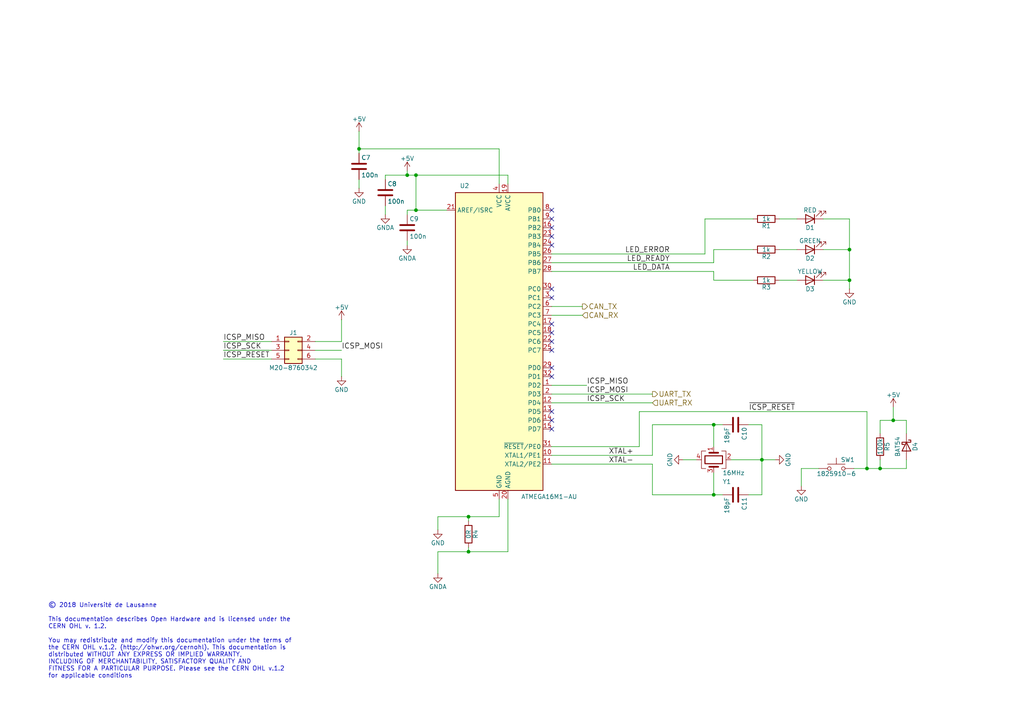
<source format=kicad_sch>
(kicad_sch (version 20231120) (generator "eeschema") (generator_version "8.0")
  (paper "A4")
  (title_block (title "ATMega16M1 SLCAN Transceiver") (date "06/11/2018") (rev "A") (company "Université de Lausanne") (comment 1 "Author: Alexandre Tuleu") (comment 2 "Licensed under the CERN OHL v1.2"))
  (lib_symbols
    (symbol "Connector_Generic:Conn_02x03_Odd_Even" (pin_names (offset 1.016) hide)
      (property "Reference" "J" (at 1.27 5.08 0))
      (property "Value" "Conn_02x03_Odd_Even" (at 1.27 -5.08 0))
      (symbol "Conn_02x03_Odd_Even_1_1"
        (rectangle (start -1.27 -2.413) (end 0 -2.667) (stroke (width 0.1524)))
        (rectangle (start -1.27 0.127) (end 0 -0.127) (stroke (width 0.1524)))
        (rectangle (start -1.27 2.667) (end 0 2.413) (stroke (width 0.1524)))
        (rectangle (start -1.27 3.81) (end 3.81 -3.81) (stroke (width 0.254)) (fill (type background)))
        (rectangle (start 3.81 -2.413) (end 2.54 -2.667) (stroke (width 0.1524)))
        (rectangle (start 3.81 0.127) (end 2.54 -0.127) (stroke (width 0.1524)))
        (rectangle (start 3.81 2.667) (end 2.54 2.413) (stroke (width 0.1524)))
        (pin passive line (at -5.08 2.54 0) (length 3.81) (name "Pin_1") (number "1"))
        (pin passive line (at 7.62 2.54 180) (length 3.81) (name "Pin_2") (number "2"))
        (pin passive line (at -5.08 0 0) (length 3.81) (name "Pin_3") (number "3"))
        (pin passive line (at 7.62 0 180) (length 3.81) (name "Pin_4") (number "4"))
        (pin passive line (at -5.08 -2.54 0) (length 3.81) (name "Pin_5") (number "5"))
        (pin passive line (at 7.62 -2.54 180) (length 3.81) (name "Pin_6") (number "6"))
      )
    )
    (symbol "Device:C" (pin_numbers hide) (pin_names (offset 0.254))
      (property "Reference" "C" (at 0.635 2.54 0))
      (property "Value" "C" (at 0.635 -2.54 0))
      (symbol "C_0_1"
        (polyline (pts (xy -2.032 -0.762) (xy 2.032 -0.762)) (stroke (width 0.508)))
        (polyline (pts (xy -2.032 0.762) (xy 2.032 0.762)) (stroke (width 0.508)))
      )
      (symbol "C_1_1"
        (pin passive line (at 0 3.81 270) (length 2.794) (name "~") (number "1"))
        (pin passive line (at 0 -3.81 90) (length 2.794) (name "~") (number "2"))
      )
    )
    (symbol "Device:Crystal_GND24" (pin_names (offset 1.016) hide)
      (property "Reference" "Y" (at 3.175 5.08 0))
      (property "Value" "Crystal_GND24" (at 3.175 3.175 0))
      (symbol "Crystal_GND24_0_1"
        (rectangle (start -1.143 2.54) (end 1.143 -2.54) (stroke (width 0.3048)))
        (polyline (pts (xy -2.54 0) (xy -2.032 0)))
        (polyline (pts (xy -2.032 -1.27) (xy -2.032 1.27)) (stroke (width 0.508)))
        (polyline (pts (xy 0 -3.81) (xy 0 -3.556)))
        (polyline (pts (xy 0 3.556) (xy 0 3.81)))
        (polyline (pts (xy 2.032 -1.27) (xy 2.032 1.27)) (stroke (width 0.508)))
        (polyline (pts (xy 2.032 0) (xy 2.54 0)))
        (polyline (pts (xy -2.54 -2.286) (xy -2.54 -3.556) (xy 2.54 -3.556) (xy 2.54 -2.286)))
        (polyline (pts (xy -2.54 2.286) (xy -2.54 3.556) (xy 2.54 3.556) (xy 2.54 2.286)))
      )
      (symbol "Crystal_GND24_1_1"
        (pin passive line (at -3.81 0 0) (length 1.27) (name "1") (number "1"))
        (pin passive line (at 0 5.08 270) (length 1.27) (name "2") (number "2"))
        (pin passive line (at 3.81 0 180) (length 1.27) (name "3") (number "3"))
        (pin passive line (at 0 -5.08 90) (length 1.27) (name "4") (number "4"))
      )
    )
    (symbol "Device:D_Schottky" (pin_numbers hide) (pin_names (offset 1.016) hide)
      (property "Reference" "D" (at 0 2.54 0))
      (property "Value" "D_Schottky" (at 0 -2.54 0))
      (symbol "D_Schottky_0_1"
        (polyline (pts (xy 1.27 0) (xy -1.27 0)))
        (polyline (pts (xy 1.27 1.27) (xy 1.27 -1.27) (xy -1.27 0) (xy 1.27 1.27)) (stroke (width 0.254)))
        (polyline (pts (xy -1.905 0.635) (xy -1.905 1.27) (xy -1.27 1.27) (xy -1.27 -1.27) (xy -0.635 -1.27) (xy -0.635 -0.635)) (stroke (width 0.254)))
      )
      (symbol "D_Schottky_1_1"
        (pin passive line (at -3.81 0 0) (length 2.54) (name "K") (number "1"))
        (pin passive line (at 3.81 0 180) (length 2.54) (name "A") (number "2"))
      )
    )
    (symbol "Device:LED" (pin_numbers hide) (pin_names (offset 1.016) hide)
      (property "Reference" "D" (at 0 2.54 0))
      (property "Value" "LED" (at 0 -2.54 0))
      (symbol "LED_0_1"
        (polyline (pts (xy -1.27 -1.27) (xy -1.27 1.27)) (stroke (width 0.254)))
        (polyline (pts (xy -1.27 0) (xy 1.27 0)))
        (polyline (pts (xy 1.27 -1.27) (xy 1.27 1.27) (xy -1.27 0) (xy 1.27 -1.27)) (stroke (width 0.254)))
        (polyline (pts (xy -3.048 -0.762) (xy -4.572 -2.286) (xy -3.81 -2.286) (xy -4.572 -2.286) (xy -4.572 -1.524)))
        (polyline (pts (xy -1.778 -0.762) (xy -3.302 -2.286) (xy -2.54 -2.286) (xy -3.302 -2.286) (xy -3.302 -1.524)))
      )
      (symbol "LED_1_1"
        (pin passive line (at -3.81 0 0) (length 2.54) (name "K") (number "1"))
        (pin passive line (at 3.81 0 180) (length 2.54) (name "A") (number "2"))
      )
    )
    (symbol "Device:R" (pin_numbers hide) (pin_names (offset 0))
      (property "Reference" "R" (at 2.032 0 90))
      (property "Value" "R" (at 0 0 90))
      (symbol "R_0_1"
        (rectangle (start -1.016 -2.54) (end 1.016 2.54) (stroke (width 0.254)))
      )
      (symbol "R_1_1"
        (pin passive line (at 0 3.81 270) (length 1.27) (name "~") (number "1"))
        (pin passive line (at 0 -3.81 90) (length 1.27) (name "~") (number "2"))
      )
    )
    (symbol "MCU_Microchip_ATmega:ATmega16M1-A"
      (property "Reference" "U" (at -12.7 44.45 0))
      (property "Value" "ATmega16M1-A" (at 5.08 -44.45 0))
      (symbol "ATmega16M1-A_0_1"
        (rectangle (start -12.7 -43.18) (end 12.7 43.18) (stroke (width 0.254)) (fill (type background)))
      )
      (symbol "ATmega16M1-A_1_1"
        (pin bidirectional line (at 15.24 -12.7 180) (length 2.54) (name "PD2") (number "1"))
        (pin bidirectional line (at 15.24 -33.02 180) (length 2.54) (name "XTAL1/PE1") (number "10"))
        (pin bidirectional line (at 15.24 -35.56 180) (length 2.54) (name "XTAL2/PE2") (number "11"))
        (pin bidirectional line (at 15.24 -17.78 180) (length 2.54) (name "PD4") (number "12"))
        (pin bidirectional line (at 15.24 -20.32 180) (length 2.54) (name "PD5") (number "13"))
        (pin bidirectional line (at 15.24 -22.86 180) (length 2.54) (name "PD6") (number "14"))
        (pin bidirectional line (at 15.24 -25.4 180) (length 2.54) (name "PD7") (number "15"))
        (pin bidirectional line (at 15.24 33.02 180) (length 2.54) (name "PB2") (number "16"))
        (pin bidirectional line (at 15.24 5.08 180) (length 2.54) (name "PC4") (number "17"))
        (pin bidirectional line (at 15.24 2.54 180) (length 2.54) (name "PC5") (number "18"))
        (pin power_in line (at 2.54 45.72 270) (length 2.54) (name "AVCC") (number "19"))
        (pin bidirectional line (at 15.24 -15.24 180) (length 2.54) (name "PD3") (number "2"))
        (pin power_in line (at 2.54 -45.72 90) (length 2.54) (name "AGND") (number "20"))
        (pin passive line (at -15.24 38.1 0) (length 2.54) (name "AREF/ISRC") (number "21"))
        (pin bidirectional line (at 15.24 0 180) (length 2.54) (name "PC6") (number "22"))
        (pin bidirectional line (at 15.24 30.48 180) (length 2.54) (name "PB3") (number "23"))
        (pin bidirectional line (at 15.24 27.94 180) (length 2.54) (name "PB4") (number "24"))
        (pin bidirectional line (at 15.24 -2.54 180) (length 2.54) (name "PC7") (number "25"))
        (pin bidirectional line (at 15.24 25.4 180) (length 2.54) (name "PB5") (number "26"))
        (pin bidirectional line (at 15.24 22.86 180) (length 2.54) (name "PB6") (number "27"))
        (pin bidirectional line (at 15.24 20.32 180) (length 2.54) (name "PB7") (number "28"))
        (pin bidirectional line (at 15.24 -7.62 180) (length 2.54) (name "PD0") (number "29"))
        (pin bidirectional line (at 15.24 12.7 180) (length 2.54) (name "PC1") (number "3"))
        (pin bidirectional line (at 15.24 15.24 180) (length 2.54) (name "PC0") (number "30"))
        (pin bidirectional line (at 15.24 -30.48 180) (length 2.54) (name "~{RESET}/PE0") (number "31"))
        (pin bidirectional line (at 15.24 -10.16 180) (length 2.54) (name "PD1") (number "32"))
        (pin power_in line (at 0 45.72 270) (length 2.54) (name "VCC") (number "4"))
        (pin power_in line (at 0 -45.72 90) (length 2.54) (name "GND") (number "5"))
        (pin bidirectional line (at 15.24 10.16 180) (length 2.54) (name "PC2") (number "6"))
        (pin bidirectional line (at 15.24 7.62 180) (length 2.54) (name "PC3") (number "7"))
        (pin bidirectional line (at 15.24 38.1 180) (length 2.54) (name "PB0") (number "8"))
        (pin bidirectional line (at 15.24 35.56 180) (length 2.54) (name "PB1") (number "9"))
      )
    )
    (symbol "Switch:SW_Push" (pin_numbers hide) (pin_names (offset 1.016) hide)
      (property "Reference" "SW" (at 1.27 2.54 0))
      (property "Value" "SW_Push" (at 0 -1.524 0))
      (symbol "SW_Push_0_1"
        (circle (center -2.032 0) (radius 0.508))
        (polyline (pts (xy 0 1.27) (xy 0 3.048)))
        (polyline (pts (xy 2.54 1.27) (xy -2.54 1.27)))
        (circle (center 2.032 0) (radius 0.508))
        (pin passive line (at -5.08 0 0) (length 2.54) (name "1") (number "1"))
        (pin passive line (at 5.08 0 180) (length 2.54) (name "2") (number "2"))
      )
    )
    (symbol "power:+5V" (power) (pin_numbers hide) (pin_names (offset 0) hide)
      (property "Value" "+5V" (at 0 3.556 0))
      (symbol "+5V_0_1"
        (polyline (pts (xy -0.762 1.27) (xy 0 2.54)))
        (polyline (pts (xy 0 0) (xy 0 2.54)))
        (polyline (pts (xy 0 2.54) (xy 0.762 1.27)))
      )
      (symbol "+5V_1_1"
        (pin power_in line (at 0 0 90) (length 0) (name "~") (number "1"))
      )
    )
    (symbol "power:GND" (power) (pin_numbers hide) (pin_names (offset 0) hide)
      (property "Value" "GND" (at 0 -3.81 0))
      (symbol "GND_0_1"
        (polyline (pts (xy 0 0) (xy 0 -1.27) (xy 1.27 -1.27) (xy 0 -2.54) (xy -1.27 -1.27) (xy 0 -1.27)))
      )
      (symbol "GND_1_1"
        (pin power_in line (at 0 0 270) (length 0) (name "~") (number "1"))
      )
    )
    (symbol "power:GNDA" (power) (pin_numbers hide) (pin_names (offset 0) hide)
      (property "Value" "GNDA" (at 0 -3.81 0))
      (symbol "GNDA_0_1"
        (polyline (pts (xy 0 0) (xy 0 -1.27) (xy 1.27 -1.27) (xy 0 -2.54) (xy -1.27 -1.27) (xy 0 -1.27)))
      )
      (symbol "GNDA_1_1"
        (pin power_in line (at 0 0 270) (length 0) (name "~") (number "1"))
      )
    )
  )
  (junction (at 135.89 149.86))
  (junction (at 120.65 50.8))
  (junction (at 246.38 72.39))
  (junction (at 255.27 135.89))
  (junction (at 120.65 60.96))
  (junction (at 207.01 143.51))
  (junction (at 259.08 121.92))
  (junction (at 251.46 135.89))
  (junction (at 220.98 133.35))
  (junction (at 104.14 43.18))
  (junction (at 207.01 123.19))
  (junction (at 118.11 50.8))
  (junction (at 135.89 160.02))
  (junction (at 246.38 81.28))
  (no_connect (at 160.02 86.36))
  (no_connect (at 160.02 101.6))
  (no_connect (at 160.02 124.46))
  (no_connect (at 160.02 106.68))
  (no_connect (at 160.02 71.12))
  (no_connect (at 160.02 93.98))
  (no_connect (at 160.02 121.92))
  (no_connect (at 160.02 96.52))
  (no_connect (at 160.02 109.22))
  (no_connect (at 160.02 119.38))
  (no_connect (at 160.02 66.04))
  (no_connect (at 160.02 83.82))
  (no_connect (at 160.02 68.58))
  (no_connect (at 160.02 63.5))
  (no_connect (at 160.02 60.96))
  (no_connect (at 160.02 99.06))
  (wire (pts (xy 207.01 76.2) (xy 207.01 72.39)))
  (wire (pts (xy 198.12 133.35) (xy 201.93 133.35)))
  (wire (pts (xy 189.23 143.51) (xy 207.01 143.51)))
  (wire (pts (xy 160.02 88.9) (xy 168.91 88.9)))
  (wire (pts (xy 120.65 50.8) (xy 147.32 50.8)))
  (wire (pts (xy 226.06 72.39) (xy 231.14 72.39)))
  (wire (pts (xy 135.89 160.02) (xy 135.89 158.75)))
  (wire (pts (xy 246.38 72.39) (xy 246.38 81.28)))
  (wire (pts (xy 251.46 119.38) (xy 185.42 119.38)))
  (wire (pts (xy 147.32 50.8) (xy 147.32 53.34)))
  (wire (pts (xy 135.89 149.86) (xy 144.78 149.86)))
  (wire (pts (xy 246.38 63.5) (xy 246.38 72.39)))
  (wire (pts (xy 259.08 121.92) (xy 262.89 121.92)))
  (wire (pts (xy 91.44 99.06) (xy 99.06 99.06)))
  (wire (pts (xy 91.44 104.14) (xy 99.06 104.14)))
  (wire (pts (xy 207.01 81.28) (xy 218.44 81.28)))
  (wire (pts (xy 120.65 60.96) (xy 129.54 60.96)))
  (wire (pts (xy 144.78 149.86) (xy 144.78 144.78)))
  (wire (pts (xy 220.98 133.35) (xy 220.98 143.51)))
  (wire (pts (xy 220.98 123.19) (xy 220.98 133.35)))
  (wire (pts (xy 99.06 99.06) (xy 99.06 92.71)))
  (wire (pts (xy 118.11 60.96) (xy 120.65 60.96)))
  (wire (pts (xy 255.27 135.89) (xy 262.89 135.89)))
  (wire (pts (xy 251.46 135.89) (xy 255.27 135.89)))
  (wire (pts (xy 118.11 50.8) (xy 120.65 50.8)))
  (wire (pts (xy 220.98 133.35) (xy 224.79 133.35)))
  (wire (pts (xy 189.23 123.19) (xy 207.01 123.19)))
  (wire (pts (xy 111.76 50.8) (xy 118.11 50.8)))
  (wire (pts (xy 127 160.02) (xy 127 166.37)))
  (wire (pts (xy 207.01 129.54) (xy 207.01 123.19)))
  (wire (pts (xy 160.02 116.84) (xy 189.23 116.84)))
  (wire (pts (xy 226.06 63.5) (xy 231.14 63.5)))
  (wire (pts (xy 111.76 59.69) (xy 111.76 62.23)))
  (wire (pts (xy 255.27 121.92) (xy 259.08 121.92)))
  (wire (pts (xy 127 160.02) (xy 135.89 160.02)))
  (wire (pts (xy 160.02 76.2) (xy 207.01 76.2)))
  (wire (pts (xy 160.02 134.62) (xy 189.23 134.62)))
  (wire (pts (xy 189.23 132.08) (xy 189.23 123.19)))
  (wire (pts (xy 259.08 118.11) (xy 259.08 121.92)))
  (wire (pts (xy 111.76 52.07) (xy 111.76 50.8)))
  (wire (pts (xy 217.17 123.19) (xy 220.98 123.19)))
  (wire (pts (xy 160.02 78.74) (xy 207.01 78.74)))
  (wire (pts (xy 238.76 72.39) (xy 246.38 72.39)))
  (wire (pts (xy 160.02 73.66) (xy 204.47 73.66)))
  (wire (pts (xy 255.27 135.89) (xy 255.27 133.35)))
  (wire (pts (xy 238.76 63.5) (xy 246.38 63.5)))
  (wire (pts (xy 120.65 60.96) (xy 120.65 50.8)))
  (wire (pts (xy 207.01 143.51) (xy 207.01 137.16)))
  (wire (pts (xy 144.78 43.18) (xy 144.78 53.34)))
  (wire (pts (xy 127 153.67) (xy 127 149.86)))
  (wire (pts (xy 64.77 99.06) (xy 78.74 99.06)))
  (wire (pts (xy 64.77 101.6) (xy 78.74 101.6)))
  (wire (pts (xy 135.89 151.13) (xy 135.89 149.86)))
  (wire (pts (xy 99.06 104.14) (xy 99.06 109.22)))
  (wire (pts (xy 104.14 44.45) (xy 104.14 43.18)))
  (wire (pts (xy 238.76 81.28) (xy 246.38 81.28)))
  (wire (pts (xy 207.01 78.74) (xy 207.01 81.28)))
  (wire (pts (xy 185.42 119.38) (xy 185.42 129.54)))
  (wire (pts (xy 118.11 49.53) (xy 118.11 50.8)))
  (wire (pts (xy 251.46 135.89) (xy 251.46 119.38)))
  (wire (pts (xy 160.02 114.3) (xy 189.23 114.3)))
  (wire (pts (xy 64.77 104.14) (xy 78.74 104.14)))
  (wire (pts (xy 220.98 143.51) (xy 217.17 143.51)))
  (wire (pts (xy 246.38 81.28) (xy 246.38 83.82)))
  (wire (pts (xy 232.41 135.89) (xy 237.49 135.89)))
  (wire (pts (xy 247.65 135.89) (xy 251.46 135.89)))
  (wire (pts (xy 91.44 101.6) (xy 99.06 101.6)))
  (wire (pts (xy 118.11 62.23) (xy 118.11 60.96)))
  (wire (pts (xy 189.23 134.62) (xy 189.23 143.51)))
  (wire (pts (xy 160.02 111.76) (xy 170.18 111.76)))
  (wire (pts (xy 262.89 135.89) (xy 262.89 133.35)))
  (wire (pts (xy 104.14 43.18) (xy 104.14 38.1)))
  (wire (pts (xy 226.06 81.28) (xy 231.14 81.28)))
  (wire (pts (xy 147.32 160.02) (xy 147.32 144.78)))
  (wire (pts (xy 204.47 63.5) (xy 218.44 63.5)))
  (wire (pts (xy 104.14 54.61) (xy 104.14 52.07)))
  (wire (pts (xy 255.27 125.73) (xy 255.27 121.92)))
  (wire (pts (xy 212.09 133.35) (xy 220.98 133.35)))
  (wire (pts (xy 262.89 121.92) (xy 262.89 125.73)))
  (wire (pts (xy 204.47 73.66) (xy 204.47 63.5)))
  (wire (pts (xy 207.01 143.51) (xy 209.55 143.51)))
  (wire (pts (xy 160.02 91.44) (xy 168.91 91.44)))
  (wire (pts (xy 104.14 43.18) (xy 144.78 43.18)))
  (wire (pts (xy 207.01 123.19) (xy 209.55 123.19)))
  (wire (pts (xy 232.41 140.97) (xy 232.41 135.89)))
  (wire (pts (xy 118.11 71.12) (xy 118.11 69.85)))
  (wire (pts (xy 135.89 160.02) (xy 147.32 160.02)))
  (wire (pts (xy 127 149.86) (xy 135.89 149.86)))
  (wire (pts (xy 207.01 72.39) (xy 218.44 72.39)))
  (wire (pts (xy 160.02 132.08) (xy 189.23 132.08)))
  (wire (pts (xy 185.42 129.54) (xy 160.02 129.54)))
  (text "© 2018 Université de Lausanne\n\nThis documentation describes Open Hardware and is licensed under the\nCERN OHL v. 1.2.\n\nYou may redistribute and modify this documentation under the terms of\nthe CERN OHL v.1.2. (http://ohwr.org/cernohl). This documentation is\ndistributed WITHOUT ANY EXPRESS OR IMPLIED WARRANTY,\nINCLUDING OF MERCHANTABILITY, SATISFACTORY QUALITY AND\nFITNESS FOR A PARTICULAR PURPOSE. Please see the CERN OHL v.1.2\nfor applicable conditions" (at 13.97 196.85 0) (effects (font (size 1.27 1.27)) (justify left bottom)))
  (label "LED_DATA" (at 194.31 78.74 180) (effects (font (size 1.524 1.524))))
  (label "~{ICSP_RESET}" (at 64.77 104.14 0) (effects (font (size 1.524 1.524))))
  (label "ICSP_MOSI" (at 99.06 101.6 0) (effects (font (size 1.524 1.524))))
  (label "LED_ERROR" (at 194.31 73.66 180) (effects (font (size 1.524 1.524))))
  (label "LED_READY" (at 194.31 76.2 180) (effects (font (size 1.524 1.524))))
  (label "XTAL-" (at 176.53 134.62 0) (effects (font (size 1.524 1.524))))
  (label "ICSP_MISO" (at 64.77 99.06 0) (effects (font (size 1.524 1.524))))
  (label "ICSP_MISO" (at 170.18 111.76 0) (effects (font (size 1.524 1.524))))
  (label "ICSP_SCK" (at 64.77 101.6 0) (effects (font (size 1.524 1.524))))
  (label "XTAL+" (at 176.53 132.08 0) (effects (font (size 1.524 1.524))))
  (label "ICSP_MOSI" (at 170.18 114.3 0) (effects (font (size 1.524 1.524))))
  (label "ICSP_SCK" (at 170.18 116.84 0) (effects (font (size 1.524 1.524))))
  (label "~{ICSP_RESET}" (at 217.17 119.38 0) (effects (font (size 1.524 1.524))))
  (hierarchical_label "UART_TX" (shape output) (at 189.23 114.3 0) (effects (font (size 1.524 1.524))))
  (hierarchical_label "CAN_RX" (shape input) (at 168.91 91.44 0) (effects (font (size 1.524 1.524))))
  (hierarchical_label "CAN_TX" (shape output) (at 168.91 88.9 0) (effects (font (size 1.524 1.524))))
  (hierarchical_label "UART_RX" (shape input) (at 189.23 116.84 0) (effects (font (size 1.524 1.524))))
  (symbol (lib_id "Device:LED") (at 234.95 63.5 180) (unit 1)
    (property "Reference" "D1" (at 234.95 66.04 0))
    (property "Value" "RED" (at 234.95 60.96 0))
    (property "Footprint" "LED_SMD:LED_0603_1608Metric" (effects (hide yes)))
    (property "Description" "150060RS75000" (effects (hide yes)))
    (property "MPN" "150060RS75000" (effects (hide yes)))
  )
  (symbol (lib_id "Device:LED") (at 234.95 72.39 180) (unit 1)
    (property "Reference" "D2" (at 234.95 74.93 0))
    (property "Value" "GREEN" (at 234.95 69.85 0))
    (property "Footprint" "LED_SMD:LED_0603_1608Metric" (effects (hide yes)))
    (property "Description" "150060VS75000" (effects (hide yes)))
    (property "MPN" "150060VS75000" (effects (hide yes)))
  )
  (symbol (lib_id "Device:LED") (at 234.95 81.28 180) (unit 1)
    (property "Reference" "D3" (at 234.95 83.82 0))
    (property "Value" "YELLOW" (at 234.95 78.74 0))
    (property "Footprint" "LED_SMD:LED_0603_1608Metric" (effects (hide yes)))
    (property "Description" "150060YS75000" (effects (hide yes)))
    (property "MPN" "150060YS75000" (effects (hide yes)))
  )
  (symbol (lib_id "MCU_Microchip_ATmega:ATmega16M1-A") (at 144.78 99.06 0) (unit 1)
    (property "Reference" "U2" (at 133.35 54.61 0) (effects (justify left bottom)))
    (property "Value" "ATMEGA16M1-AU" (at 151.13 144.78 0) (effects (justify left bottom)))
    (property "Footprint" "Package_QFP:TQFP-32_7x7mm_P0.8mm" (effects (hide yes)))
    (property "Datasheet" "http://ww1.microchip.com/downloads/en/DeviceDoc/Atmel-8209-8-bit%20AVR%20ATmega16M1-32M1-64M1_Datasheet.pdf" (effects (hide yes)))
    (property "Description" "16MHz, 16kB Flash, 1kB SRAM, 512B EEPROM, CAN, TQFP-32" (effects (hide yes)))
    (property "MPN" "ATMEGA16M1-AU" (effects (hide yes)))
  )
  (symbol (lib_id "Device:R") (at 222.25 63.5 270) (unit 1)
    (property "Reference" "R1" (at 222.25 65.532 90))
    (property "Value" "1k" (at 222.25 63.5 90))
    (property "Footprint" "Resistor_SMD:R_0603_1608Metric" (effects (hide yes)))
    (property "Description" "GPR06031k" (effects (hide yes)))
    (property "MPN" "GPR06031K" (effects (hide yes)))
  )
  (symbol (lib_id "Device:R") (at 222.25 72.39 270) (unit 1)
    (property "Reference" "R2" (at 222.25 74.422 90))
    (property "Value" "1k" (at 222.25 72.39 90))
    (property "Footprint" "Resistor_SMD:R_0603_1608Metric" (effects (hide yes)))
    (property "Description" "GPR06031k" (effects (hide yes)))
    (property "MPN" "GPR06031K" (effects (hide yes)))
  )
  (symbol (lib_id "Device:R") (at 222.25 81.28 270) (unit 1)
    (property "Reference" "R3" (at 222.25 83.312 90))
    (property "Value" "1k" (at 222.25 81.28 90))
    (property "Footprint" "Resistor_SMD:R_0603_1608Metric" (effects (hide yes)))
    (property "Description" "GPR06031k" (effects (hide yes)))
    (property "MPN" "GPR06031K" (effects (hide yes)))
  )
  (symbol (lib_id "Device:C") (at 104.14 48.26 0) (unit 1)
    (property "Reference" "C7" (at 104.775 45.72 0) (effects (justify left)))
    (property "Value" "100n" (at 104.775 50.8 0) (effects (justify left)))
    (property "Footprint" "Capacitor_SMD:C_0603_1608Metric" (effects (hide yes)))
    (property "Description" "GPC0603104" (effects (hide yes)))
    (property "MPN" "GPC0603104" (effects (hide yes)))
  )
  (symbol (lib_id "power:GND") (at 246.38 83.82 0) (unit 1)
    (property "Reference" "#PWR021" (effects (hide yes)))
    (property "Value" "GND" (at 246.38 87.63 0))
    (property "Description" "Power symbol creates a global label with name \"GND\" , ground" (effects (hide yes)))
  )
  (symbol (lib_id "Device:C") (at 111.76 55.88 0) (unit 1)
    (property "Reference" "C8" (at 112.395 53.34 0) (effects (justify left)))
    (property "Value" "100n" (at 112.395 58.42 0) (effects (justify left)))
    (property "Footprint" "Capacitor_SMD:C_0603_1608Metric" (effects (hide yes)))
    (property "Description" "GPC0603104" (effects (hide yes)))
    (property "MPN" "GPC0603104" (effects (hide yes)))
  )
  (symbol (lib_id "Device:C") (at 118.11 66.04 0) (unit 1)
    (property "Reference" "C9" (at 118.745 63.5 0) (effects (justify left)))
    (property "Value" "100n" (at 118.745 68.58 0) (effects (justify left)))
    (property "Footprint" "Capacitor_SMD:C_0603_1608Metric" (effects (hide yes)))
    (property "Description" "GPC0603104" (effects (hide yes)))
    (property "MPN" "GPC0603104" (effects (hide yes)))
  )
  (symbol (lib_id "Device:Crystal_GND24") (at 207.01 133.35 270) (unit 1)
    (property "Reference" "Y1" (at 209.55 139.7 90) (effects (justify left)))
    (property "Value" "16MHz" (at 209.55 137.16 90) (effects (justify left)))
    (property "Footprint" "Crystal:Crystal_SMD_SeikoEpson_FA238-4Pin_3.2x2.5mm" (effects (hide yes)))
    (property "Description" "FA-238 16.0000MB-C3" (effects (hide yes)))
    (property "MPN" "  FA-238 16.0000MB-C3" (effects (hide yes)))
  )
  (symbol (lib_id "Device:C") (at 213.36 123.19 270) (unit 1)
    (property "Reference" "C10" (at 215.9 123.825 0) (effects (justify left)))
    (property "Value" "18pF" (at 210.82 123.825 0) (effects (justify left)))
    (property "Footprint" "Capacitor_SMD:C_0603_1608Metric" (effects (hide yes)))
    (property "Description" "GP0603180" (effects (hide yes)))
    (property "MPN" "GPC0603180" (effects (hide yes)))
  )
  (symbol (lib_id "Device:C") (at 213.36 143.51 270) (unit 1)
    (property "Reference" "C11" (at 215.9 144.145 0) (effects (justify left)))
    (property "Value" "18pF" (at 210.82 144.145 0) (effects (justify left)))
    (property "Footprint" "Capacitor_SMD:C_0603_1608Metric" (effects (hide yes)))
    (property "Description" "GP0603180" (effects (hide yes)))
    (property "MPN" "GPC0603180" (effects (hide yes)))
  )
  (symbol (lib_id "power:GND") (at 224.79 133.35 90) (unit 1)
    (property "Reference" "#PWR08" (effects (hide yes)))
    (property "Value" "GND" (at 228.6 133.35 0))
    (property "Description" "Power symbol creates a global label with name \"GND\" , ground" (effects (hide yes)))
  )
  (symbol (lib_id "power:GND") (at 198.12 133.35 270) (unit 1)
    (property "Reference" "#PWR09" (effects (hide yes)))
    (property "Value" "GND" (at 194.31 133.35 0))
    (property "Description" "Power symbol creates a global label with name \"GND\" , ground" (effects (hide yes)))
  )
  (symbol (lib_id "Device:R") (at 135.89 154.94 0) (unit 1)
    (property "Reference" "R4" (at 137.922 154.94 90))
    (property "Value" "0R" (at 135.89 154.94 90))
    (property "Footprint" "Resistor_SMD:R_0603_1608Metric" (effects (hide yes)))
    (property "Description" "RC0603JR-070RL" (effects (hide yes)))
    (property "MPN" "GPR06030R" (effects (hide yes)))
  )
  (symbol (lib_id "power:GND") (at 127 153.67 0) (unit 1)
    (property "Reference" "#PWR010" (effects (hide yes)))
    (property "Value" "GND" (at 127 157.48 0))
    (property "Description" "Power symbol creates a global label with name \"GND\" , ground" (effects (hide yes)))
  )
  (symbol (lib_id "power:GNDA") (at 127 166.37 0) (unit 1)
    (property "Reference" "#PWR011" (effects (hide yes)))
    (property "Value" "GNDA" (at 127 170.18 0))
  )
  (symbol (lib_id "power:GNDA") (at 118.11 71.12 0) (unit 1)
    (property "Reference" "#PWR012" (effects (hide yes)))
    (property "Value" "GNDA" (at 118.11 74.93 0))
  )
  (symbol (lib_id "power:GNDA") (at 111.76 62.23 0) (unit 1)
    (property "Reference" "#PWR013" (effects (hide yes)))
    (property "Value" "GNDA" (at 111.76 66.04 0))
  )
  (symbol (lib_id "power:+5V") (at 104.14 38.1 0) (unit 1)
    (property "Reference" "#PWR014" (effects (hide yes)))
    (property "Value" "+5V" (at 104.14 34.544 0))
  )
  (symbol (lib_id "power:+5V") (at 118.11 49.53 0) (unit 1)
    (property "Reference" "#PWR015" (effects (hide yes)))
    (property "Value" "+5V" (at 118.11 45.974 0))
  )
  (symbol (lib_id "power:GND") (at 104.14 54.61 0) (unit 1)
    (property "Reference" "#PWR016" (effects (hide yes)))
    (property "Value" "GND" (at 104.14 58.42 0))
    (property "Description" "Power symbol creates a global label with name \"GND\" , ground" (effects (hide yes)))
  )
  (symbol (lib_id "Connector_Generic:Conn_02x03_Odd_Even") (at 83.82 101.6 0) (unit 1)
    (property "Reference" "J1" (at 85.09 96.52 0))
    (property "Value" "M20-8760342" (at 85.09 106.68 0))
    (property "Footprint" "Connector_PinHeader_2.54mm:PinHeader_2x03_P2.54mm_Vertical_SMD" (effects (hide yes)))
    (property "Description" "M20-8760342" (effects (hide yes)))
    (property "MPN" "M20-8760342" (effects (hide yes)))
  )
  (symbol (lib_id "Switch:SW_Push") (at 242.57 135.89 0) (unit 1)
    (property "Reference" "SW1" (at 243.84 133.35 0) (effects (justify left)))
    (property "Value" "1825910-6" (at 242.57 137.414 0))
    (property "Footprint" "Button_Switch_THT:SW_PUSH_6mm" (effects (hide yes)))
    (property "Description" "1825910-6" (effects (hide yes)))
    (property "MPN" "1825910-6" (effects (hide yes)))
  )
  (symbol (lib_id "Device:D_Schottky") (at 262.89 129.54 270) (unit 1)
    (property "Reference" "D4" (at 265.43 129.54 0))
    (property "Value" "BAT54" (at 260.35 129.54 0))
    (property "Footprint" "Diode_SMD:D_SOT-23_ANK" (effects (hide yes)))
    (property "Description" "BAT54-7-F" (effects (hide yes)))
    (property "MPN" "BAT54-7-F" (effects (hide yes)))
  )
  (symbol (lib_id "Device:R") (at 255.27 129.54 0) (unit 1)
    (property "Reference" "R5" (at 257.302 129.54 90))
    (property "Value" "100k" (at 255.27 129.54 90))
    (property "Footprint" "Resistor_SMD:R_0603_1608Metric" (effects (hide yes)))
    (property "Description" "GPR0603100k" (effects (hide yes)))
    (property "MPN" "GPR0603100K" (effects (hide yes)))
  )
  (symbol (lib_id "power:+5V") (at 259.08 118.11 0) (unit 1)
    (property "Reference" "#PWR017" (effects (hide yes)))
    (property "Value" "+5V" (at 259.08 114.554 0))
  )
  (symbol (lib_id "power:GND") (at 232.41 140.97 0) (unit 1)
    (property "Reference" "#PWR018" (effects (hide yes)))
    (property "Value" "GND" (at 232.41 144.78 0))
    (property "Description" "Power symbol creates a global label with name \"GND\" , ground" (effects (hide yes)))
  )
  (symbol (lib_id "power:+5V") (at 99.06 92.71 0) (unit 1)
    (property "Reference" "#PWR019" (effects (hide yes)))
    (property "Value" "+5V" (at 99.06 89.154 0))
  )
  (symbol (lib_id "power:GND") (at 99.06 109.22 0) (unit 1)
    (property "Reference" "#PWR020" (effects (hide yes)))
    (property "Value" "GND" (at 99.06 113.03 0))
    (property "Description" "Power symbol creates a global label with name \"GND\" , ground" (effects (hide yes)))
  )
)
</source>
